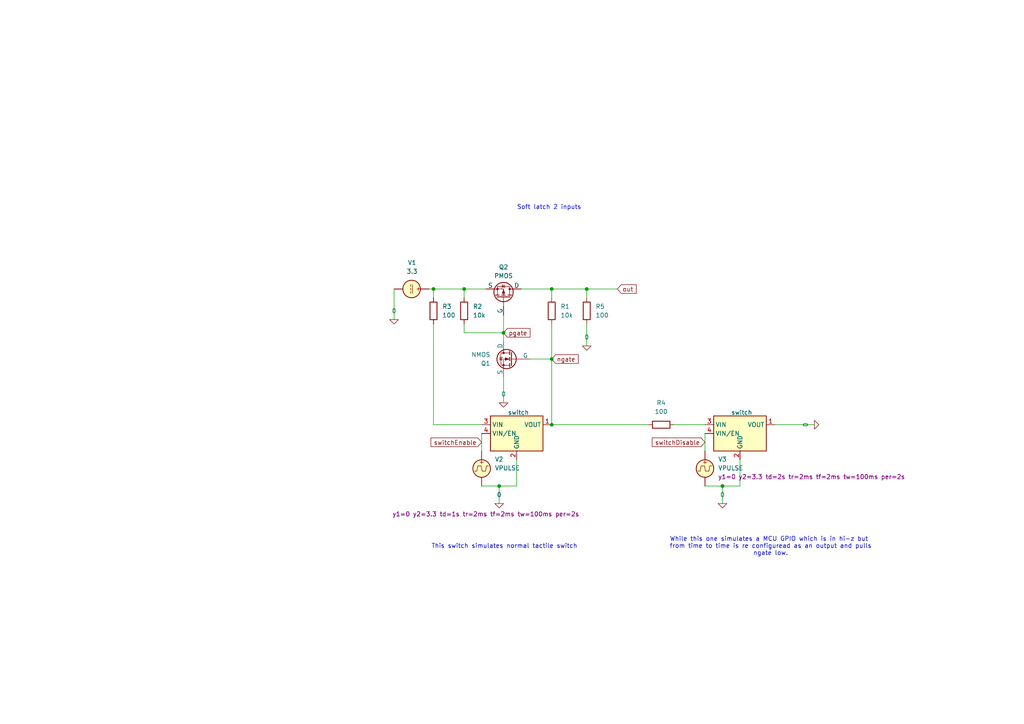
<source format=kicad_sch>
(kicad_sch (version 20230819) (generator eeschema)
  (paper "A4")
  (lib_symbols
    (symbol "Device:R" (pin_numbers hide) (pin_names (offset 0))
      (property "Reference" "R" (at 2.032 0 90))
      (property "Value" "R" (at 0 0 90))
      (symbol "R_0_1"
        (rectangle (start -1.016 -2.54) (end 1.016 2.54) (stroke (width 0.254)))
      )
      (symbol "R_1_1"
        (pin passive line (at 0 3.81 270) (length 1.27) (name "~") (number "1"))
        (pin passive line (at 0 -3.81 90) (length 1.27) (name "~") (number "2"))
      )
    )
    (symbol "Power_Management:RT9701"
      (property "Reference" "U" (at 0 6.35 0))
      (property "Value" "RT9701" (at 5.08 -6.35 0))
      (symbol "RT9701_0_1"
        (rectangle (start -7.62 5.08) (end 7.62 -5.08) (stroke (width 0.254)) (fill (type background)))
      )
      (symbol "RT9701_1_1"
        (pin power_out line (at 10.16 2.54 180) (length 2.54) (name "VOUT") (number "1"))
        (pin power_in line (at 0 -7.62 90) (length 2.54) (name "GND") (number "2"))
        (pin power_in line (at -10.16 2.54 0) (length 2.54) (name "VIN") (number "3"))
        (pin input line (at -10.16 0 0) (length 2.54) (name "VIN/EN") (number "4"))
        (pin passive line (at 10.16 2.54 180) (length 2.54) hide (name "VOUT") (number "5"))
      )
    )
    (symbol "Simulation_SPICE:0" (power) (pin_names (offset 0))
      (property "Value" "0" (at 0 -1.778 0))
      (symbol "0_0_1"
        (polyline (pts (xy -1.27 0) (xy 0 -1.27) (xy 1.27 0) (xy -1.27 0)))
      )
      (symbol "0_1_1"
        (pin power_in line (at 0 0 0) (length 0) hide (name "0") (number "1"))
      )
    )
    (symbol "Simulation_SPICE:NMOS" (pin_numbers hide) (pin_names (offset 0))
      (property "Reference" "Q" (at 5.08 1.27 0))
      (property "Value" "NMOS" (at 5.08 -1.27 0))
      (symbol "NMOS_0_1"
        (polyline (pts (xy 0.254 0) (xy -2.54 0)))
        (polyline (pts (xy 0.254 1.905) (xy 0.254 -1.905)) (stroke (width 0.254)))
        (polyline (pts (xy 0.762 -1.27) (xy 0.762 -2.286)) (stroke (width 0.254)))
        (polyline (pts (xy 0.762 0.508) (xy 0.762 -0.508)) (stroke (width 0.254)))
        (polyline (pts (xy 0.762 2.286) (xy 0.762 1.27)) (stroke (width 0.254)))
        (polyline (pts (xy 2.54 2.54) (xy 2.54 1.778)))
        (polyline (pts (xy 2.54 -2.54) (xy 2.54 0) (xy 0.762 0)))
        (polyline (pts (xy 0.762 -1.778) (xy 3.302 -1.778) (xy 3.302 1.778) (xy 0.762 1.778)))
        (polyline (pts (xy 1.016 0) (xy 2.032 0.381) (xy 2.032 -0.381) (xy 1.016 0)) (fill (type outline)))
        (polyline (pts (xy 2.794 0.508) (xy 2.921 0.381) (xy 3.683 0.381) (xy 3.81 0.254)))
        (polyline (pts (xy 3.302 0.381) (xy 2.921 -0.254) (xy 3.683 -0.254) (xy 3.302 0.381)))
        (circle (center 1.651 0) (radius 2.794) (stroke (width 0.254)))
        (circle (center 2.54 -1.778) (radius 0.254) (fill (type outline)))
        (circle (center 2.54 1.778) (radius 0.254) (fill (type outline)))
      )
      (symbol "NMOS_1_1"
        (pin passive line (at 2.54 5.08 270) (length 2.54) (name "D") (number "1"))
        (pin input line (at -5.08 0 0) (length 2.54) (name "G") (number "2"))
        (pin passive line (at 2.54 -5.08 90) (length 2.54) (name "S") (number "3"))
      )
    )
    (symbol "Simulation_SPICE:PMOS" (pin_numbers hide) (pin_names (offset 0))
      (property "Reference" "Q" (at 5.08 1.27 0))
      (property "Value" "PMOS" (at 5.08 -1.27 0))
      (symbol "PMOS_0_1"
        (polyline (pts (xy 0.254 0) (xy -2.54 0)))
        (polyline (pts (xy 0.254 1.905) (xy 0.254 -1.905)) (stroke (width 0.254)))
        (polyline (pts (xy 0.762 -1.27) (xy 0.762 -2.286)) (stroke (width 0.254)))
        (polyline (pts (xy 0.762 0.508) (xy 0.762 -0.508)) (stroke (width 0.254)))
        (polyline (pts (xy 0.762 2.286) (xy 0.762 1.27)) (stroke (width 0.254)))
        (polyline (pts (xy 2.54 2.54) (xy 2.54 1.778)))
        (polyline (pts (xy 2.54 -2.54) (xy 2.54 0) (xy 0.762 0)))
        (polyline (pts (xy 0.762 1.778) (xy 3.302 1.778) (xy 3.302 -1.778) (xy 0.762 -1.778)))
        (polyline (pts (xy 2.286 0) (xy 1.27 0.381) (xy 1.27 -0.381) (xy 2.286 0)) (fill (type outline)))
        (polyline (pts (xy 2.794 -0.508) (xy 2.921 -0.381) (xy 3.683 -0.381) (xy 3.81 -0.254)))
        (polyline (pts (xy 3.302 -0.381) (xy 2.921 0.254) (xy 3.683 0.254) (xy 3.302 -0.381)))
        (circle (center 1.651 0) (radius 2.794) (stroke (width 0.254)))
        (circle (center 2.54 -1.778) (radius 0.254) (fill (type outline)))
        (circle (center 2.54 1.778) (radius 0.254) (fill (type outline)))
      )
      (symbol "PMOS_1_1"
        (pin passive line (at 2.54 5.08 270) (length 2.54) (name "D") (number "1"))
        (pin input line (at -5.08 0 0) (length 2.54) (name "G") (number "2"))
        (pin passive line (at 2.54 -5.08 90) (length 2.54) (name "S") (number "3"))
      )
    )
    (symbol "Simulation_SPICE:VDC" (pin_numbers hide) (pin_names (offset 0.0254))
      (property "Reference" "V" (at 2.54 2.54 0))
      (property "Value" "1" (at 2.54 0 0))
      (symbol "VDC_0_0"
        (polyline (pts (xy -1.27 0.254) (xy 1.27 0.254)))
        (polyline (pts (xy -0.762 -0.254) (xy -1.27 -0.254)))
        (polyline (pts (xy 0.254 -0.254) (xy -0.254 -0.254)))
        (polyline (pts (xy 1.27 -0.254) (xy 0.762 -0.254)))
        (text "+" (at 0 1.905 0) (effects (font (size 1.27 1.27))))
      )
      (symbol "VDC_0_1"
        (circle (center 0 0) (radius 2.54) (stroke (width 0.254)) (fill (type background)))
      )
      (symbol "VDC_1_1"
        (pin passive line (at 0 5.08 270) (length 2.54) (name "~") (number "1"))
        (pin passive line (at 0 -5.08 90) (length 2.54) (name "~") (number "2"))
      )
    )
    (symbol "Simulation_SPICE:VPULSE" (pin_numbers hide) (pin_names (offset 0.0254))
      (property "Reference" "V" (at 2.54 2.54 0))
      (property "Value" "VPULSE" (at 2.54 0 0))
      (property "Sim.Params" "y1=0 y2=1 td=2n tr=2n tf=2n tw=50n per=100n" (at 2.54 -2.54 0))
      (symbol "VPULSE_0_0"
        (polyline (pts (xy -2.032 -0.762) (xy -1.397 -0.762) (xy -1.143 0.762) (xy -0.127 0.762) (xy 0.127 -0.762) (xy 1.143 -0.762) (xy 1.397 0.762) (xy 2.032 0.762)))
        (text "+" (at 0 1.905 0) (effects (font (size 1.27 1.27))))
      )
      (symbol "VPULSE_0_1"
        (circle (center 0 0) (radius 2.54) (stroke (width 0.254)) (fill (type background)))
      )
      (symbol "VPULSE_1_1"
        (pin passive line (at 0 5.08 270) (length 2.54) (name "~") (number "1"))
        (pin passive line (at 0 -5.08 90) (length 2.54) (name "~") (number "2"))
      )
    )
  )
  (junction (at 170.18 83.82))
  (junction (at 209.55 140.97))
  (junction (at 144.78 140.97))
  (junction (at 160.02 123.19))
  (junction (at 125.73 83.82))
  (junction (at 134.62 83.82))
  (junction (at 160.02 104.14))
  (junction (at 160.02 83.82))
  (junction (at 146.05 96.52))
  (wire (pts (xy 134.62 96.52) (xy 146.05 96.52)))
  (wire (pts (xy 114.3 83.82) (xy 114.3 92.71)))
  (wire (pts (xy 125.73 123.19) (xy 139.7 123.19)))
  (wire (pts (xy 134.62 86.36) (xy 134.62 83.82)))
  (wire (pts (xy 144.78 146.05) (xy 144.78 140.97)))
  (wire (pts (xy 160.02 83.82) (xy 170.18 83.82)))
  (wire (pts (xy 139.7 140.97) (xy 144.78 140.97)))
  (wire (pts (xy 125.73 83.82) (xy 125.73 86.36)))
  (wire (pts (xy 160.02 123.19) (xy 187.96 123.19)))
  (wire (pts (xy 170.18 86.36) (xy 170.18 83.82)))
  (wire (pts (xy 170.18 93.98) (xy 170.18 100.33)))
  (wire (pts (xy 125.73 83.82) (xy 134.62 83.82)))
  (wire (pts (xy 204.47 125.73) (xy 204.47 130.81)))
  (wire (pts (xy 146.05 91.44) (xy 146.05 96.52)))
  (wire (pts (xy 160.02 86.36) (xy 160.02 83.82)))
  (wire (pts (xy 146.05 116.84) (xy 146.05 109.22)))
  (wire (pts (xy 236.22 123.19) (xy 224.79 123.19)))
  (wire (pts (xy 160.02 93.98) (xy 160.02 104.14)))
  (wire (pts (xy 153.67 104.14) (xy 160.02 104.14)))
  (wire (pts (xy 151.13 83.82) (xy 160.02 83.82)))
  (wire (pts (xy 160.02 104.14) (xy 160.02 123.19)))
  (wire (pts (xy 204.47 140.97) (xy 209.55 140.97)))
  (wire (pts (xy 134.62 96.52) (xy 134.62 93.98)))
  (wire (pts (xy 209.55 146.05) (xy 209.55 140.97)))
  (wire (pts (xy 149.86 140.97) (xy 149.86 133.35)))
  (wire (pts (xy 144.78 140.97) (xy 149.86 140.97)))
  (wire (pts (xy 209.55 140.97) (xy 214.63 140.97)))
  (wire (pts (xy 146.05 96.52) (xy 146.05 99.06)))
  (wire (pts (xy 195.58 123.19) (xy 204.47 123.19)))
  (wire (pts (xy 124.46 83.82) (xy 125.73 83.82)))
  (wire (pts (xy 134.62 83.82) (xy 140.97 83.82)))
  (wire (pts (xy 170.18 83.82) (xy 179.07 83.82)))
  (wire (pts (xy 214.63 140.97) (xy 214.63 133.35)))
  (wire (pts (xy 125.73 93.98) (xy 125.73 123.19)))
  (wire (pts (xy 139.7 130.81) (xy 139.7 125.73)))
  (text "Soft latch 2 inputs" (at 159.258 60.198 0) (effects (font (size 1.27 1.27))))
  (text "This switch simulates normal tactile switch" (at 146.304 158.496 0) (effects (font (size 1.27 1.27))))
  (text "While this one simulates a MCU GPIO which is in hi-z but \nfrom time to time is re configuread as an output and pulls\nngate low." (at 223.52 158.496 0) (effects (font (size 1.27 1.27))))
  (global_label "pgate" (shape input) (at 146.05 96.52 0) (property "Intersheetrefs" "${INTERSHEET_REFS}" (effects hide)))
  (global_label "out" (shape input) (at 179.07 83.82 0) (property "Intersheetrefs" "${INTERSHEET_REFS}" (effects hide)))
  (global_label "ngate" (shape input) (at 160.02 104.14 0) (property "Intersheetrefs" "${INTERSHEET_REFS}" (effects hide)))
  (global_label "switchEnable" (shape input) (at 139.7 128.27 180) (property "Intersheetrefs" "${INTERSHEET_REFS}" (effects hide)))
  (global_label "switchDisable" (shape input) (at 204.47 128.27 180) (property "Intersheetrefs" "${INTERSHEET_REFS}" (effects hide)))
  (symbol (lib_id "Simulation_SPICE:NMOS") (at 148.59 104.14 0) (mirror y) (unit 1)
    (property "Reference" "Q1" (at 142.24 105.4101 0) (effects (justify left)))
    (property "Value" "NMOS" (at 142.24 102.8701 0) (effects (justify left)))
    (property "Datasheet" "https://ngspice.sourceforge.io/docs/ngspice-manual.pdf" (effects hide))
    (property "Description" "N-MOSFET transistor, drain/source/gate" (effects hide))
    (property "Sim.Device" "NMOS" (effects hide))
    (property "Sim.Type" "VDMOS" (effects hide))
    (property "Sim.Pins" "1=D 2=G 3=S" (effects hide))
  )
  (symbol (lib_id "Device:R") (at 170.18 90.17 0) (unit 1)
    (property "Reference" "R5" (at 172.72 88.8999 0) (effects (justify left)))
    (property "Value" "100" (at 172.72 91.4399 0) (effects (justify left)))
    (property "Description" "Resistor" (effects hide))
  )
  (symbol (lib_id "Simulation_SPICE:0") (at 114.3 92.71 0) (unit 1)
    (property "Reference" "#GND01" (effects hide))
    (property "Value" "0" (at 114.3 90.17 0))
    (property "Description" "0V reference potential for simulation" (effects hide))
  )
  (symbol (lib_id "Device:R") (at 160.02 90.17 0) (unit 1)
    (property "Reference" "R1" (at 162.56 88.8999 0) (effects (justify left)))
    (property "Value" "10k" (at 162.56 91.4399 0) (effects (justify left)))
    (property "Description" "Resistor" (effects hide))
  )
  (symbol (lib_id "Simulation_SPICE:0") (at 170.18 100.33 0) (unit 1)
    (property "Reference" "#GND05" (effects hide))
    (property "Value" "0" (at 170.18 97.79 0))
    (property "Description" "0V reference potential for simulation" (effects hide))
  )
  (symbol (lib_id "Power_Management:RT9701") (at 214.63 125.73 0) (unit 1)
    (property "Reference" "U2" (effects hide))
    (property "Value" "switch" (at 215.138 119.634 0))
    (property "Sim.Device" "SW" (effects hide))
    (property "Sim.Type" "V" (effects hide))
    (property "Sim.Pins" "1=no- 2=ctrl- 3=no+ 4=ctrl+" (effects hide))
    (property "Sim.Params" "thr=1 his=0 ron=1 roff=1e+12 ic=off" (effects hide))
  )
  (symbol (lib_id "Simulation_SPICE:VDC") (at 119.38 83.82 270) (unit 1)
    (property "Reference" "V1" (at 119.5098 76.2 90))
    (property "Value" "3.3" (at 119.5098 78.74 90))
    (property "Description" "Voltage source, DC" (effects hide))
    (property "Sim.Pins" "1=+ 2=-" (effects hide))
    (property "Sim.Type" "DC" (effects hide))
    (property "Sim.Device" "V" (effects hide))
  )
  (symbol (lib_id "Simulation_SPICE:0") (at 144.78 146.05 0) (unit 1)
    (property "Reference" "#GND04" (effects hide))
    (property "Value" "0" (at 144.78 143.51 0))
    (property "Description" "0V reference potential for simulation" (effects hide))
  )
  (symbol (lib_id "Simulation_SPICE:0") (at 209.55 146.05 0) (unit 1)
    (property "Reference" "#GND06" (effects hide))
    (property "Value" "0" (at 209.55 143.51 0))
    (property "Description" "0V reference potential for simulation" (effects hide))
  )
  (symbol (lib_id "Simulation_SPICE:0") (at 146.05 116.84 0) (unit 1)
    (property "Reference" "#GND02" (effects hide))
    (property "Value" "0" (at 146.05 114.3 0))
    (property "Description" "0V reference potential for simulation" (effects hide))
  )
  (symbol (lib_id "Simulation_SPICE:VPULSE") (at 204.47 135.89 0) (unit 1)
    (property "Reference" "V3" (at 208.28 133.2201 0) (effects (justify left)))
    (property "Value" "VPULSE" (at 208.28 135.7601 0) (effects (justify left)))
    (property "Description" "Voltage source, pulse" (effects hide))
    (property "Sim.Pins" "1=+ 2=-" (effects hide))
    (property "Sim.Type" "PULSE" (effects hide))
    (property "Sim.Device" "V" (effects hide))
    (property "Sim.Params" "y1=0 y2=3.3 td=2s tr=2ms tf=2ms tw=100ms per=2s" (at 208.28 138.3001 0) (effects (justify left)))
  )
  (symbol (lib_id "Device:R") (at 125.73 90.17 0) (unit 1)
    (property "Reference" "R3" (at 128.27 88.8999 0) (effects (justify left)))
    (property "Value" "100" (at 128.27 91.4399 0) (effects (justify left)))
    (property "Description" "Resistor" (effects hide))
  )
  (symbol (lib_id "Power_Management:RT9701") (at 149.86 125.73 0) (unit 1)
    (property "Reference" "U1" (effects hide))
    (property "Value" "switch" (at 150.368 119.634 0))
    (property "Sim.Device" "SW" (effects hide))
    (property "Sim.Type" "V" (effects hide))
    (property "Sim.Pins" "1=no- 2=ctrl- 3=no+ 4=ctrl+" (effects hide))
    (property "Sim.Params" "thr=1 his=0 ron=1 roff=1e+12 ic=off" (effects hide))
  )
  (symbol (lib_id "Device:R") (at 191.77 123.19 90) (unit 1)
    (property "Reference" "R4" (at 191.77 116.84 90))
    (property "Value" "100" (at 191.77 119.38 90))
    (property "Description" "Resistor" (effects hide))
  )
  (symbol (lib_id "Simulation_SPICE:0") (at 236.22 123.19 90) (unit 1)
    (property "Reference" "#GND03" (effects hide))
    (property "Value" "0" (at 233.68 123.19 0))
    (property "Description" "0V reference potential for simulation" (effects hide))
  )
  (symbol (lib_id "Device:R") (at 134.62 90.17 0) (unit 1)
    (property "Reference" "R2" (at 137.16 88.8999 0) (effects (justify left)))
    (property "Value" "10k" (at 137.16 91.4399 0) (effects (justify left)))
    (property "Description" "Resistor" (effects hide))
  )
  (symbol (lib_id "Simulation_SPICE:VPULSE") (at 139.7 135.89 0) (unit 1)
    (property "Reference" "V2" (at 143.51 133.2201 0) (effects (justify left)))
    (property "Value" "VPULSE" (at 143.51 135.7601 0) (effects (justify left)))
    (property "Description" "Voltage source, pulse" (effects hide))
    (property "Sim.Pins" "1=+ 2=-" (effects hide))
    (property "Sim.Type" "PULSE" (effects hide))
    (property "Sim.Device" "V" (effects hide))
    (property "Sim.Params" "y1=0 y2=3.3 td=1s tr=2ms tf=2ms tw=100ms per=2s" (at 113.792 149.098 0) (effects (justify left)))
  )
  (symbol (lib_id "Simulation_SPICE:PMOS") (at 146.05 86.36 270) (mirror x) (unit 1)
    (property "Reference" "Q2" (at 146.05 77.47 90))
    (property "Value" "PMOS" (at 146.05 80.01 90))
    (property "Datasheet" "https://ngspice.sourceforge.io/docs/ngspice-manual.pdf" (effects hide))
    (property "Description" "P-MOSFET transistor, drain/source/gate" (effects hide))
    (property "Sim.Device" "PMOS" (effects hide))
    (property "Sim.Type" "VDMOS" (effects hide))
    (property "Sim.Pins" "1=D 2=G 3=S" (effects hide))
  )
)
</source>
